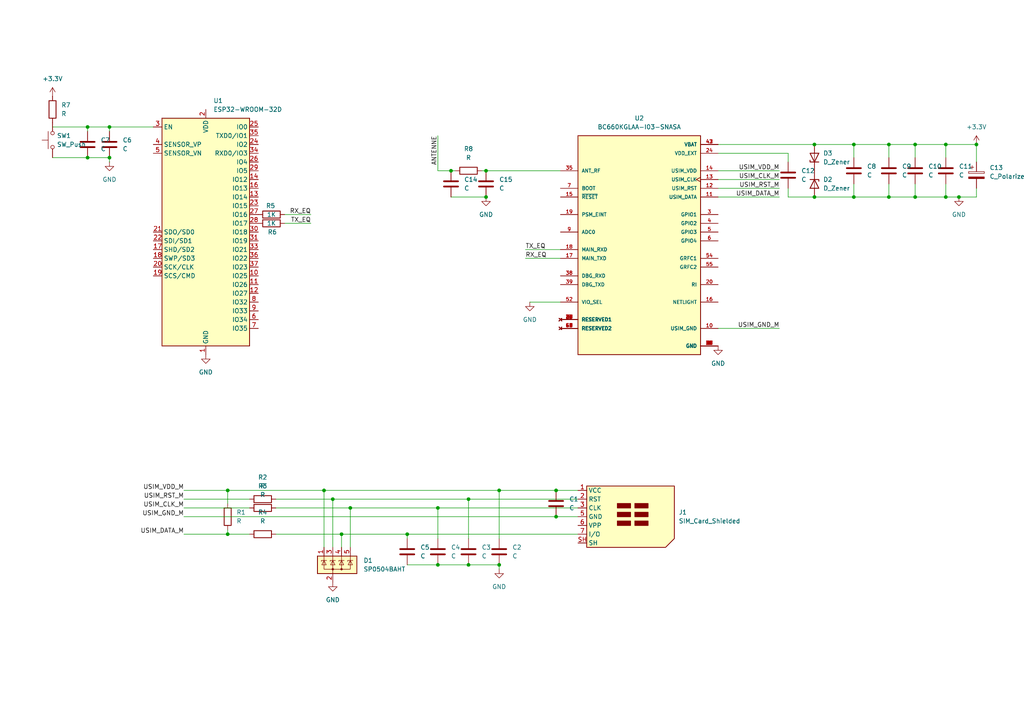
<source format=kicad_sch>
(kicad_sch (version 20231120) (generator "eeschema") (generator_version "8.0")
  (paper "A4")
  (lib_symbols
    (symbol "BC660KGLAA-I03-SNASA:BC660KGLAA-I03-SNASA" (pin_names (offset 1.016))
      (property "Reference" "U" (at -17.78 31.242 0))
      (property "Value" "BC660KGLAA-I03-SNASA" (at -17.78 -35.56 0))
      (symbol "BC660KGLAA-I03-SNASA_0_0"
        (rectangle (start -17.78 -33.02) (end 17.78 30.48) (stroke (width 0.254)) (fill (type background)))
        (pin power_in line (at 22.86 -30.48 180) (length 5.08) (name "GND") (number "1"))
        (pin power_in line (at 22.86 -25.4 180) (length 5.08) (name "USIM_GND") (number "10"))
        (pin output line (at 22.86 12.7 180) (length 5.08) (name "USIM_DATA") (number "11"))
        (pin output line (at 22.86 15.24 180) (length 5.08) (name "USIM_RST") (number "12"))
        (pin output clock (at 22.86 17.78 180) (length 5.08) (name "USIM_CLK") (number "13"))
        (pin power_in line (at 22.86 20.32 180) (length 5.08) (name "USIM_VDD") (number "14"))
        (pin input line (at -22.86 12.7 0) (length 5.08) (name "~{RESET}") (number "15"))
        (pin output line (at 22.86 -17.78 180) (length 5.08) (name "NETLIGHT") (number "16"))
        (pin output line (at -22.86 -5.08 0) (length 5.08) (name "MAIN_TXD") (number "17"))
        (pin input line (at -22.86 -2.54 0) (length 5.08) (name "MAIN_RXD") (number "18"))
        (pin input line (at -22.86 7.62 0) (length 5.08) (name "PSM_EINT") (number "19"))
        (pin no_connect line (at -22.86 -22.86 0) (length 5.08) (name "RESERVED1") (number "2"))
        (pin output line (at 22.86 -12.7 180) (length 5.08) (name "RI") (number "20"))
        (pin no_connect line (at -22.86 -22.86 0) (length 5.08) (name "RESERVED1") (number "21"))
        (pin no_connect line (at -22.86 -22.86 0) (length 5.08) (name "RESERVED1") (number "22"))
        (pin no_connect line (at -22.86 -22.86 0) (length 5.08) (name "RESERVED1") (number "23"))
        (pin power_in line (at 22.86 25.4 180) (length 5.08) (name "VDD_EXT") (number "24"))
        (pin no_connect line (at -22.86 -22.86 0) (length 5.08) (name "RESERVED1") (number "25"))
        (pin no_connect line (at -22.86 -22.86 0) (length 5.08) (name "RESERVED1") (number "26"))
        (pin power_in line (at 22.86 -30.48 180) (length 5.08) (name "GND") (number "27"))
        (pin no_connect line (at -22.86 -22.86 0) (length 5.08) (name "RESERVED1") (number "28"))
        (pin no_connect line (at -22.86 -22.86 0) (length 5.08) (name "RESERVED1") (number "29"))
        (pin bidirectional line (at 22.86 7.62 180) (length 5.08) (name "GPIO1") (number "3"))
        (pin no_connect line (at -22.86 -22.86 0) (length 5.08) (name "RESERVED1") (number "30"))
        (pin no_connect line (at -22.86 -22.86 0) (length 5.08) (name "RESERVED1") (number "31"))
        (pin no_connect line (at -22.86 -22.86 0) (length 5.08) (name "RESERVED1") (number "32"))
        (pin no_connect line (at -22.86 -22.86 0) (length 5.08) (name "RESERVED1") (number "33"))
        (pin power_in line (at 22.86 -30.48 180) (length 5.08) (name "GND") (number "34"))
        (pin bidirectional line (at -22.86 20.32 0) (length 5.08) (name "ANT_RF") (number "35"))
        (pin power_in line (at 22.86 -30.48 180) (length 5.08) (name "GND") (number "36"))
        (pin power_in line (at 22.86 -30.48 180) (length 5.08) (name "GND") (number "37"))
        (pin input line (at -22.86 -10.16 0) (length 5.08) (name "DBG_RXD") (number "38"))
        (pin output line (at -22.86 -12.7 0) (length 5.08) (name "DBG_TXD") (number "39"))
        (pin bidirectional line (at 22.86 5.08 180) (length 5.08) (name "GPIO2") (number "4"))
        (pin power_in line (at 22.86 -30.48 180) (length 5.08) (name "GND") (number "40"))
        (pin power_in line (at 22.86 -30.48 180) (length 5.08) (name "GND") (number "41"))
        (pin power_in line (at 22.86 27.94 180) (length 5.08) (name "VBAT") (number "42"))
        (pin power_in line (at 22.86 27.94 180) (length 5.08) (name "VBAT") (number "43"))
        (pin no_connect line (at -22.86 -22.86 0) (length 5.08) (name "RESERVED1") (number "44"))
        (pin no_connect line (at -22.86 -22.86 0) (length 5.08) (name "RESERVED1") (number "45"))
        (pin no_connect line (at -22.86 -25.4 0) (length 5.08) (name "RESERVED2") (number "46"))
        (pin no_connect line (at -22.86 -25.4 0) (length 5.08) (name "RESERVED2") (number "47"))
        (pin no_connect line (at -22.86 -25.4 0) (length 5.08) (name "RESERVED2") (number "48"))
        (pin no_connect line (at -22.86 -25.4 0) (length 5.08) (name "RESERVED2") (number "49"))
        (pin bidirectional line (at 22.86 2.54 180) (length 5.08) (name "GPIO3") (number "5"))
        (pin no_connect line (at -22.86 -25.4 0) (length 5.08) (name "RESERVED2") (number "50"))
        (pin no_connect line (at -22.86 -25.4 0) (length 5.08) (name "RESERVED2") (number "51"))
        (pin input line (at -22.86 -17.78 0) (length 5.08) (name "VIO_SEL") (number "52"))
        (pin no_connect line (at -22.86 -25.4 0) (length 5.08) (name "RESERVED2") (number "53"))
        (pin output line (at 22.86 -5.08 180) (length 5.08) (name "GRFC1") (number "54"))
        (pin output line (at 22.86 -7.62 180) (length 5.08) (name "GRFC2") (number "55"))
        (pin power_in line (at 22.86 -30.48 180) (length 5.08) (name "GND") (number "56"))
        (pin power_in line (at 22.86 -30.48 180) (length 5.08) (name "GND") (number "57"))
        (pin power_in line (at 22.86 -30.48 180) (length 5.08) (name "GND") (number "58"))
        (pin bidirectional line (at 22.86 0 180) (length 5.08) (name "GPIO4") (number "6"))
        (pin input line (at -22.86 15.24 0) (length 5.08) (name "BOOT") (number "7"))
        (pin no_connect line (at -22.86 -22.86 0) (length 5.08) (name "RESERVED1") (number "8"))
        (pin input line (at -22.86 2.54 0) (length 5.08) (name "ADC0") (number "9"))
      )
    )
    (symbol "Connector:SIM_Card_Shielded"
      (property "Reference" "J" (at -2.54 12.7 0))
      (property "Value" "SIM_Card_Shielded" (at -1.27 10.16 0))
      (symbol "SIM_Card_Shielded_0_1"
        (rectangle (start -1.27 -2.54) (end 2.54 -1.27) (stroke (width 0.254)) (fill (type outline)))
        (rectangle (start -1.27 0) (end 2.54 1.27) (stroke (width 0.254)) (fill (type outline)))
        (rectangle (start -1.27 2.54) (end 2.54 3.81) (stroke (width 0.254)) (fill (type outline)))
        (polyline (pts (xy -10.16 8.89) (xy -10.16 -8.89) (xy 12.7 -8.89) (xy 15.24 -6.35) (xy 15.24 8.89) (xy -10.16 8.89)) (stroke (width 0.254)) (fill (type background)))
        (rectangle (start 3.81 -1.27) (end 7.62 -2.54) (stroke (width 0.254)) (fill (type outline)))
        (rectangle (start 3.81 0) (end 7.62 1.27) (stroke (width 0.254)) (fill (type outline)))
        (rectangle (start 3.81 2.54) (end 7.62 3.81) (stroke (width 0.254)) (fill (type outline)))
      )
      (symbol "SIM_Card_Shielded_1_1"
        (pin power_in line (at -12.7 7.62 0) (length 2.54) (name "VCC") (number "1"))
        (pin input line (at -12.7 5.08 0) (length 2.54) (name "RST") (number "2"))
        (pin input line (at -12.7 2.54 0) (length 2.54) (name "CLK") (number "3"))
        (pin power_in line (at -12.7 0 0) (length 2.54) (name "GND") (number "5"))
        (pin input line (at -12.7 -2.54 0) (length 2.54) (name "VPP") (number "6"))
        (pin bidirectional line (at -12.7 -5.08 0) (length 2.54) (name "I/O") (number "7"))
        (pin passive line (at -12.7 -7.62 0) (length 2.54) (name "SH") (number "SH"))
      )
    )
    (symbol "Device:C" (pin_numbers hide) (pin_names (offset 0.254))
      (property "Reference" "C" (at 0.635 2.54 0))
      (property "Value" "C" (at 0.635 -2.54 0))
      (symbol "C_0_1"
        (polyline (pts (xy -2.032 -0.762) (xy 2.032 -0.762)) (stroke (width 0.508)))
        (polyline (pts (xy -2.032 0.762) (xy 2.032 0.762)) (stroke (width 0.508)))
      )
      (symbol "C_1_1"
        (pin passive line (at 0 3.81 270) (length 2.794) (name "~") (number "1"))
        (pin passive line (at 0 -3.81 90) (length 2.794) (name "~") (number "2"))
      )
    )
    (symbol "Device:C_Polarized" (pin_numbers hide) (pin_names (offset 0.254))
      (property "Reference" "C" (at 0.635 2.54 0))
      (property "Value" "C_Polarized" (at 0.635 -2.54 0))
      (symbol "C_Polarized_0_1"
        (rectangle (start -2.286 0.508) (end 2.286 1.016))
        (polyline (pts (xy -1.778 2.286) (xy -0.762 2.286)))
        (polyline (pts (xy -1.27 2.794) (xy -1.27 1.778)))
        (rectangle (start 2.286 -0.508) (end -2.286 -1.016) (fill (type outline)))
      )
      (symbol "C_Polarized_1_1"
        (pin passive line (at 0 3.81 270) (length 2.794) (name "~") (number "1"))
        (pin passive line (at 0 -3.81 90) (length 2.794) (name "~") (number "2"))
      )
    )
    (symbol "Device:D_Zener" (pin_numbers hide) (pin_names (offset 1.016) hide)
      (property "Reference" "D" (at 0 2.54 0))
      (property "Value" "D_Zener" (at 0 -2.54 0))
      (symbol "D_Zener_0_1"
        (polyline (pts (xy 1.27 0) (xy -1.27 0)))
        (polyline (pts (xy -1.27 -1.27) (xy -1.27 1.27) (xy -0.762 1.27)) (stroke (width 0.254)))
        (polyline (pts (xy 1.27 -1.27) (xy 1.27 1.27) (xy -1.27 0) (xy 1.27 -1.27)) (stroke (width 0.254)))
      )
      (symbol "D_Zener_1_1"
        (pin passive line (at -3.81 0 0) (length 2.54) (name "K") (number "1"))
        (pin passive line (at 3.81 0 180) (length 2.54) (name "A") (number "2"))
      )
    )
    (symbol "Device:R" (pin_numbers hide) (pin_names (offset 0))
      (property "Reference" "R" (at 2.032 0 90))
      (property "Value" "R" (at 0 0 90))
      (symbol "R_0_1"
        (rectangle (start -1.016 -2.54) (end 1.016 2.54) (stroke (width 0.254)))
      )
      (symbol "R_1_1"
        (pin passive line (at 0 3.81 270) (length 1.27) (name "~") (number "1"))
        (pin passive line (at 0 -3.81 90) (length 1.27) (name "~") (number "2"))
      )
    )
    (symbol "Power_Protection:SP0504BAHT" (pin_names hide)
      (property "Reference" "D" (at 7.62 2.54 0))
      (property "Value" "SP0504BAHT" (at 7.62 0.635 0))
      (symbol "SP0504BAHT_0_0"
        (pin passive line (at 0 -5.08 90) (length 2.54) (name "A") (number "2"))
      )
      (symbol "SP0504BAHT_0_1"
        (rectangle (start -4.445 2.54) (end 6.985 -2.54) (stroke (width 0.254)) (fill (type background)))
        (circle (center 0 -1.27) (radius 0.254) (fill (type outline)))
        (polyline (pts (xy -2.54 2.54) (xy -2.54 1.27)))
        (polyline (pts (xy 0 -1.27) (xy 0 -2.54)))
        (polyline (pts (xy 0 -1.27) (xy 0 1.27)))
        (polyline (pts (xy 0 2.54) (xy 0 1.27)))
        (polyline (pts (xy 2.54 2.54) (xy 2.54 1.27)))
        (polyline (pts (xy 5.08 2.54) (xy 5.08 1.27)))
        (polyline (pts (xy -3.302 1.016) (xy -3.302 1.27) (xy -1.778 1.27)))
        (polyline (pts (xy 0.762 1.27) (xy -0.762 1.27) (xy -0.762 1.016)))
        (polyline (pts (xy 5.08 1.27) (xy 5.08 -1.27) (xy 2.54 -1.27)))
        (polyline (pts (xy -2.54 1.27) (xy -2.54 -1.27) (xy 2.54 -1.27) (xy 2.54 1.27)))
        (polyline (pts (xy -2.54 1.27) (xy -1.905 0) (xy -3.175 0) (xy -2.54 1.27)))
        (polyline (pts (xy 0.635 0) (xy -0.635 0) (xy 0 1.27) (xy 0.635 0)))
        (polyline (pts (xy 1.778 1.016) (xy 1.778 1.27) (xy 3.175 1.27) (xy 3.302 1.27)))
        (polyline (pts (xy 2.54 1.27) (xy 1.905 0) (xy 3.175 0) (xy 2.54 1.27)))
        (polyline (pts (xy 4.318 1.016) (xy 4.318 1.27) (xy 5.715 1.27) (xy 5.842 1.27)))
        (polyline (pts (xy 5.08 1.27) (xy 4.445 0) (xy 5.715 0) (xy 5.08 1.27)))
        (circle (center 2.54 -1.27) (radius 0.254) (fill (type outline)))
      )
      (symbol "SP0504BAHT_1_1"
        (pin passive line (at -2.54 5.08 270) (length 2.54) (name "K") (number "1"))
        (pin passive line (at 0 5.08 270) (length 2.54) (name "K") (number "3"))
        (pin passive line (at 2.54 5.08 270) (length 2.54) (name "K") (number "4"))
        (pin passive line (at 5.08 5.08 270) (length 2.54) (name "K") (number "5"))
      )
    )
    (symbol "RF_Module:ESP32-WROOM-32D"
      (property "Reference" "U" (at -12.7 34.29 0))
      (property "Value" "ESP32-WROOM-32D" (at 1.27 34.29 0))
      (symbol "ESP32-WROOM-32D_0_1"
        (rectangle (start -12.7 33.02) (end 12.7 -33.02) (stroke (width 0.254)) (fill (type background)))
      )
      (symbol "ESP32-WROOM-32D_1_1"
        (pin power_in line (at 0 -35.56 90) (length 2.54) (name "GND") (number "1"))
        (pin bidirectional line (at 15.24 -12.7 180) (length 2.54) (name "IO25") (number "10"))
        (pin bidirectional line (at 15.24 -15.24 180) (length 2.54) (name "IO26") (number "11"))
        (pin bidirectional line (at 15.24 -17.78 180) (length 2.54) (name "IO27") (number "12"))
        (pin bidirectional line (at 15.24 10.16 180) (length 2.54) (name "IO14") (number "13"))
        (pin bidirectional line (at 15.24 15.24 180) (length 2.54) (name "IO12") (number "14"))
        (pin passive line (at 0 -35.56 90) (length 2.54) hide (name "GND") (number "15"))
        (pin bidirectional line (at 15.24 12.7 180) (length 2.54) (name "IO13") (number "16"))
        (pin bidirectional line (at -15.24 -5.08 0) (length 2.54) (name "SHD/SD2") (number "17"))
        (pin bidirectional line (at -15.24 -7.62 0) (length 2.54) (name "SWP/SD3") (number "18"))
        (pin bidirectional line (at -15.24 -12.7 0) (length 2.54) (name "SCS/CMD") (number "19"))
        (pin power_in line (at 0 35.56 270) (length 2.54) (name "VDD") (number "2"))
        (pin bidirectional line (at -15.24 -10.16 0) (length 2.54) (name "SCK/CLK") (number "20"))
        (pin bidirectional line (at -15.24 0 0) (length 2.54) (name "SDO/SD0") (number "21"))
        (pin bidirectional line (at -15.24 -2.54 0) (length 2.54) (name "SDI/SD1") (number "22"))
        (pin bidirectional line (at 15.24 7.62 180) (length 2.54) (name "IO15") (number "23"))
        (pin bidirectional line (at 15.24 25.4 180) (length 2.54) (name "IO2") (number "24"))
        (pin bidirectional line (at 15.24 30.48 180) (length 2.54) (name "IO0") (number "25"))
        (pin bidirectional line (at 15.24 20.32 180) (length 2.54) (name "IO4") (number "26"))
        (pin bidirectional line (at 15.24 5.08 180) (length 2.54) (name "IO16") (number "27"))
        (pin bidirectional line (at 15.24 2.54 180) (length 2.54) (name "IO17") (number "28"))
        (pin bidirectional line (at 15.24 17.78 180) (length 2.54) (name "IO5") (number "29"))
        (pin input line (at -15.24 30.48 0) (length 2.54) (name "EN") (number "3"))
        (pin bidirectional line (at 15.24 0 180) (length 2.54) (name "IO18") (number "30"))
        (pin bidirectional line (at 15.24 -2.54 180) (length 2.54) (name "IO19") (number "31"))
        (pin no_connect line (at -12.7 -27.94 0) (length 2.54) hide (name "NC") (number "32"))
        (pin bidirectional line (at 15.24 -5.08 180) (length 2.54) (name "IO21") (number "33"))
        (pin bidirectional line (at 15.24 22.86 180) (length 2.54) (name "RXD0/IO3") (number "34"))
        (pin bidirectional line (at 15.24 27.94 180) (length 2.54) (name "TXD0/IO1") (number "35"))
        (pin bidirectional line (at 15.24 -7.62 180) (length 2.54) (name "IO22") (number "36"))
        (pin bidirectional line (at 15.24 -10.16 180) (length 2.54) (name "IO23") (number "37"))
        (pin passive line (at 0 -35.56 90) (length 2.54) hide (name "GND") (number "38"))
        (pin passive line (at 0 -35.56 90) (length 2.54) hide (name "GND") (number "39"))
        (pin input line (at -15.24 25.4 0) (length 2.54) (name "SENSOR_VP") (number "4"))
        (pin input line (at -15.24 22.86 0) (length 2.54) (name "SENSOR_VN") (number "5"))
        (pin input line (at 15.24 -25.4 180) (length 2.54) (name "IO34") (number "6"))
        (pin input line (at 15.24 -27.94 180) (length 2.54) (name "IO35") (number "7"))
        (pin bidirectional line (at 15.24 -20.32 180) (length 2.54) (name "IO32") (number "8"))
        (pin bidirectional line (at 15.24 -22.86 180) (length 2.54) (name "IO33") (number "9"))
      )
    )
    (symbol "Switch:SW_Push" (pin_numbers hide) (pin_names (offset 1.016) hide)
      (property "Reference" "SW" (at 1.27 2.54 0))
      (property "Value" "SW_Push" (at 0 -1.524 0))
      (symbol "SW_Push_0_1"
        (circle (center -2.032 0) (radius 0.508))
        (polyline (pts (xy 0 1.27) (xy 0 3.048)))
        (polyline (pts (xy 2.54 1.27) (xy -2.54 1.27)))
        (circle (center 2.032 0) (radius 0.508))
        (pin passive line (at -5.08 0 0) (length 2.54) (name "1") (number "1"))
        (pin passive line (at 5.08 0 180) (length 2.54) (name "2") (number "2"))
      )
    )
    (symbol "power:+3.3V" (power) (pin_numbers hide) (pin_names (offset 0) hide)
      (property "Value" "+3.3V" (at 0 3.556 0))
      (symbol "+3.3V_0_1"
        (polyline (pts (xy -0.762 1.27) (xy 0 2.54)))
        (polyline (pts (xy 0 0) (xy 0 2.54)))
        (polyline (pts (xy 0 2.54) (xy 0.762 1.27)))
      )
      (symbol "+3.3V_1_1"
        (pin power_in line (at 0 0 90) (length 0) (name "~") (number "1"))
      )
    )
    (symbol "power:GND" (power) (pin_numbers hide) (pin_names (offset 0) hide)
      (property "Value" "GND" (at 0 -3.81 0))
      (symbol "GND_0_1"
        (polyline (pts (xy 0 0) (xy 0 -1.27) (xy 1.27 -1.27) (xy 0 -2.54) (xy -1.27 -1.27) (xy 0 -1.27)))
      )
      (symbol "GND_1_1"
        (pin power_in line (at 0 0 270) (length 0) (name "~") (number "1"))
      )
    )
  )
  (junction (at 236.22 41.91))
  (junction (at 66.04 154.94))
  (junction (at 247.65 41.91))
  (junction (at 144.78 163.83))
  (junction (at 257.81 57.15))
  (junction (at 274.32 41.91))
  (junction (at 161.29 142.24))
  (junction (at 66.04 142.24))
  (junction (at 118.11 154.94))
  (junction (at 236.22 57.15))
  (junction (at 257.81 41.91))
  (junction (at 278.13 57.15))
  (junction (at 31.75 45.72))
  (junction (at 135.89 163.83))
  (junction (at 93.98 142.24))
  (junction (at 283.21 41.91))
  (junction (at 96.52 144.78))
  (junction (at 127 147.32))
  (junction (at 140.97 49.53))
  (junction (at 144.78 142.24))
  (junction (at 101.6 147.32))
  (junction (at 161.29 149.86))
  (junction (at 25.4 45.72))
  (junction (at 31.75 36.83))
  (junction (at 265.43 41.91))
  (junction (at 130.81 49.53))
  (junction (at 140.97 57.15))
  (junction (at 135.89 144.78))
  (junction (at 265.43 57.15))
  (junction (at 274.32 57.15))
  (junction (at 127 163.83))
  (junction (at 25.4 36.83))
  (junction (at 99.06 154.94))
  (junction (at 247.65 57.15))
  (wire (pts (xy 228.6 54.61) (xy 228.6 57.15)))
  (wire (pts (xy 247.65 41.91) (xy 257.81 41.91)))
  (wire (pts (xy 15.24 36.83) (xy 25.4 36.83)))
  (wire (pts (xy 153.67 87.63) (xy 162.56 87.63)))
  (wire (pts (xy 152.4 72.39) (xy 162.56 72.39)))
  (wire (pts (xy 208.28 95.25) (xy 226.06 95.25)))
  (wire (pts (xy 135.89 163.83) (xy 144.78 163.83)))
  (wire (pts (xy 278.13 57.15) (xy 283.21 57.15)))
  (wire (pts (xy 101.6 147.32) (xy 101.6 158.75)))
  (wire (pts (xy 152.4 74.93) (xy 162.56 74.93)))
  (wire (pts (xy 228.6 57.15) (xy 236.22 57.15)))
  (wire (pts (xy 31.75 45.72) (xy 31.75 46.99)))
  (wire (pts (xy 99.06 154.94) (xy 118.11 154.94)))
  (wire (pts (xy 208.28 57.15) (xy 226.06 57.15)))
  (wire (pts (xy 53.34 142.24) (xy 66.04 142.24)))
  (wire (pts (xy 257.81 53.34) (xy 257.81 57.15)))
  (wire (pts (xy 208.28 44.45) (xy 228.6 44.45)))
  (wire (pts (xy 31.75 36.83) (xy 31.75 38.1)))
  (wire (pts (xy 247.65 41.91) (xy 247.65 45.72)))
  (wire (pts (xy 274.32 41.91) (xy 274.32 45.72)))
  (wire (pts (xy 96.52 144.78) (xy 135.89 144.78)))
  (wire (pts (xy 130.81 57.15) (xy 140.97 57.15)))
  (wire (pts (xy 257.81 57.15) (xy 265.43 57.15)))
  (wire (pts (xy 80.01 147.32) (xy 101.6 147.32)))
  (wire (pts (xy 127 147.32) (xy 167.64 147.32)))
  (wire (pts (xy 118.11 163.83) (xy 127 163.83)))
  (wire (pts (xy 265.43 41.91) (xy 274.32 41.91)))
  (wire (pts (xy 236.22 41.91) (xy 247.65 41.91)))
  (wire (pts (xy 162.56 49.53) (xy 140.97 49.53)))
  (wire (pts (xy 66.04 153.67) (xy 66.04 154.94)))
  (wire (pts (xy 257.81 41.91) (xy 257.81 45.72)))
  (wire (pts (xy 127 163.83) (xy 135.89 163.83)))
  (wire (pts (xy 265.43 57.15) (xy 274.32 57.15)))
  (wire (pts (xy 53.34 149.86) (xy 161.29 149.86)))
  (wire (pts (xy 208.28 54.61) (xy 226.06 54.61)))
  (wire (pts (xy 96.52 144.78) (xy 96.52 158.75)))
  (wire (pts (xy 127 147.32) (xy 127 156.21)))
  (wire (pts (xy 130.81 49.53) (xy 127 49.53)))
  (wire (pts (xy 144.78 163.83) (xy 144.78 165.1)))
  (wire (pts (xy 274.32 57.15) (xy 278.13 57.15)))
  (wire (pts (xy 265.43 41.91) (xy 265.43 45.72)))
  (wire (pts (xy 274.32 53.34) (xy 274.32 57.15)))
  (wire (pts (xy 135.89 144.78) (xy 167.64 144.78)))
  (wire (pts (xy 140.97 49.53) (xy 139.7 49.53)))
  (wire (pts (xy 274.32 41.91) (xy 283.21 41.91)))
  (wire (pts (xy 118.11 154.94) (xy 167.64 154.94)))
  (wire (pts (xy 25.4 45.72) (xy 31.75 45.72)))
  (wire (pts (xy 135.89 144.78) (xy 135.89 156.21)))
  (wire (pts (xy 53.34 144.78) (xy 72.39 144.78)))
  (wire (pts (xy 208.28 52.07) (xy 226.06 52.07)))
  (wire (pts (xy 247.65 53.34) (xy 247.65 57.15)))
  (wire (pts (xy 82.55 64.77) (xy 90.17 64.77)))
  (wire (pts (xy 101.6 147.32) (xy 127 147.32)))
  (wire (pts (xy 144.78 142.24) (xy 161.29 142.24)))
  (wire (pts (xy 283.21 41.91) (xy 283.21 46.99)))
  (wire (pts (xy 25.4 36.83) (xy 25.4 38.1)))
  (wire (pts (xy 53.34 147.32) (xy 72.39 147.32)))
  (wire (pts (xy 99.06 154.94) (xy 99.06 158.75)))
  (wire (pts (xy 132.08 49.53) (xy 130.81 49.53)))
  (wire (pts (xy 228.6 44.45) (xy 228.6 46.99)))
  (wire (pts (xy 118.11 156.21) (xy 118.11 154.94)))
  (wire (pts (xy 93.98 142.24) (xy 144.78 142.24)))
  (wire (pts (xy 208.28 41.91) (xy 236.22 41.91)))
  (wire (pts (xy 15.24 45.72) (xy 25.4 45.72)))
  (wire (pts (xy 161.29 149.86) (xy 167.64 149.86)))
  (wire (pts (xy 265.43 53.34) (xy 265.43 57.15)))
  (wire (pts (xy 80.01 154.94) (xy 99.06 154.94)))
  (wire (pts (xy 283.21 54.61) (xy 283.21 57.15)))
  (wire (pts (xy 80.01 144.78) (xy 96.52 144.78)))
  (wire (pts (xy 247.65 57.15) (xy 257.81 57.15)))
  (wire (pts (xy 127 39.37) (xy 127 49.53)))
  (wire (pts (xy 66.04 142.24) (xy 93.98 142.24)))
  (wire (pts (xy 257.81 41.91) (xy 265.43 41.91)))
  (wire (pts (xy 25.4 36.83) (xy 31.75 36.83)))
  (wire (pts (xy 236.22 57.15) (xy 247.65 57.15)))
  (wire (pts (xy 82.55 62.23) (xy 90.17 62.23)))
  (wire (pts (xy 66.04 154.94) (xy 72.39 154.94)))
  (wire (pts (xy 208.28 49.53) (xy 226.06 49.53)))
  (wire (pts (xy 161.29 142.24) (xy 167.64 142.24)))
  (wire (pts (xy 66.04 142.24) (xy 66.04 146.05)))
  (wire (pts (xy 144.78 142.24) (xy 144.78 156.21)))
  (wire (pts (xy 53.34 154.94) (xy 66.04 154.94)))
  (wire (pts (xy 31.75 36.83) (xy 44.45 36.83)))
  (wire (pts (xy 93.98 142.24) (xy 93.98 158.75)))
  (label "USIM_GND_M" (at 53.34 149.86 180))
  (label "USIM_VDD_M" (at 53.34 142.24 180))
  (label "ANTENNE" (at 127 39.37 270))
  (label "USIM_VDD_M" (at 226.06 49.53 180))
  (label "USIM_DATA_M" (at 226.06 57.15 180))
  (label "TX_EQ" (at 90.17 64.77 180))
  (label "TX_EQ" (at 152.4 72.39 0))
  (label "USIM_DATA_M" (at 53.34 154.94 180))
  (label "USIM_GND_M" (at 226.06 95.25 180))
  (label "RX_EQ" (at 90.17 62.23 180))
  (label "USIM_RST_M" (at 53.34 144.78 180))
  (label "USIM_RST_M" (at 226.06 54.61 180))
  (label "USIM_CLK_M" (at 53.34 147.32 180))
  (label "USIM_CLK_M" (at 226.06 52.07 180))
  (label "RX_EQ" (at 152.4 74.93 0))
  (symbol (lib_id "power:GND") (at 278.13 57.15 0) (unit 1)
    (property "Reference" "#PWR08" (effects (hide yes)))
    (property "Value" "GND" (at 278.13 62.23 0))
    (property "Description" "Power symbol creates a global label with name \"GND\" , ground" (effects (hide yes)))
  )
  (symbol (lib_id "Device:C") (at 25.4 41.91 0) (unit 1)
    (property "Reference" "C7" (at 29.21 40.6399 0) (effects (justify left)))
    (property "Value" "C" (at 29.21 43.1799 0) (effects (justify left)))
    (property "Description" "Unpolarized capacitor" (effects (hide yes)))
  )
  (symbol (lib_id "Device:R") (at 78.74 64.77 90) (unit 1)
    (property "Reference" "R6" (at 78.994 67.31 90))
    (property "Value" "1K" (at 78.74 64.77 90))
    (property "Description" "Resistor" (effects (hide yes)))
  )
  (symbol (lib_id "Device:C") (at 144.78 160.02 0) (unit 1)
    (property "Reference" "C2" (at 148.59 158.7499 0) (effects (justify left)))
    (property "Value" "C" (at 148.59 161.2899 0) (effects (justify left)))
    (property "Description" "Unpolarized capacitor" (effects (hide yes)))
  )
  (symbol (lib_id "power:GND") (at 31.75 46.99 0) (unit 1)
    (property "Reference" "#PWR04" (effects (hide yes)))
    (property "Value" "GND" (at 31.75 52.07 0))
    (property "Description" "Power symbol creates a global label with name \"GND\" , ground" (effects (hide yes)))
  )
  (symbol (lib_id "Device:R") (at 76.2 144.78 90) (unit 1)
    (property "Reference" "R2" (at 76.2 138.43 90))
    (property "Value" "R" (at 76.2 140.97 90))
    (property "Description" "Resistor" (effects (hide yes)))
  )
  (symbol (lib_id "Device:R") (at 76.2 154.94 90) (unit 1)
    (property "Reference" "R4" (at 76.2 148.59 90))
    (property "Value" "R" (at 76.2 151.13 90))
    (property "Description" "Resistor" (effects (hide yes)))
  )
  (symbol (lib_id "power:GND") (at 59.69 102.87 0) (unit 1)
    (property "Reference" "#PWR03" (effects (hide yes)))
    (property "Value" "GND" (at 59.69 107.95 0))
    (property "Description" "Power symbol creates a global label with name \"GND\" , ground" (effects (hide yes)))
  )
  (symbol (lib_id "Device:C") (at 140.97 53.34 0) (unit 1)
    (property "Reference" "C15" (at 144.78 52.0699 0) (effects (justify left)))
    (property "Value" "C" (at 144.78 54.6099 0) (effects (justify left)))
    (property "Description" "Unpolarized capacitor" (effects (hide yes)))
  )
  (symbol (lib_id "power:GND") (at 140.97 57.15 0) (unit 1)
    (property "Reference" "#PWR010" (effects (hide yes)))
    (property "Value" "GND" (at 140.97 62.23 0))
    (property "Description" "Power symbol creates a global label with name \"GND\" , ground" (effects (hide yes)))
  )
  (symbol (lib_id "Device:C") (at 135.89 160.02 0) (unit 1)
    (property "Reference" "C3" (at 139.7 158.7499 0) (effects (justify left)))
    (property "Value" "C" (at 139.7 161.2899 0) (effects (justify left)))
    (property "Description" "Unpolarized capacitor" (effects (hide yes)))
  )
  (symbol (lib_id "BC660KGLAA-I03-SNASA:BC660KGLAA-I03-SNASA") (at 185.42 69.85 0) (unit 1)
    (property "Reference" "U2" (at 185.42 34.29 0))
    (property "Value" "BC660KGLAA-I03-SNASA" (at 185.42 36.83 0))
    (property "Footprint" "BC660KGLAA-I03-SNASA:XCVR_BC660KGLAA-I03-SNASA" (effects (hide yes)))
    (property "MF" "Quectel" (effects (hide yes)))
    (property "MAXIMUM_PACKAGE_HEIGHT" "2.2mm" (effects (hide yes)))
    (property "Package" "None" (effects (hide yes)))
    (property "Price" "None" (effects (hide yes)))
    (property "Check_prices" "https://www.snapeda.com/parts/BC660KGLAA-I03-SNASA/Quectel/view-part/?ref=eda" (effects (hide yes)))
    (property "STANDARD" "Manufacturer Recommendations" (effects (hide yes)))
    (property "PARTREV" "1.2" (effects (hide yes)))
    (property "SnapEDA_Link" "https://www.snapeda.com/parts/BC660KGLAA-I03-SNASA/Quectel/view-part/?ref=snap" (effects (hide yes)))
    (property "MP" "BC660KGLAA-I03-SNASA" (effects (hide yes)))
    (property "Description_1" "\n                        \n                            Compact NB-IoT Module with Ultra-low Power Consumption\n                        \n" (effects (hide yes)))
    (property "MANUFACTURER" "Quectel" (effects (hide yes)))
    (property "Availability" "In Stock" (effects (hide yes)))
    (property "SNAPEDA_PN" "BC660KGLAA-I03-SNASA" (effects (hide yes)))
  )
  (symbol (lib_id "Device:C") (at 257.81 49.53 0) (unit 1)
    (property "Reference" "C9" (at 261.62 48.2599 0) (effects (justify left)))
    (property "Value" "C" (at 261.62 50.7999 0) (effects (justify left)))
    (property "Description" "Unpolarized capacitor" (effects (hide yes)))
  )
  (symbol (lib_id "Device:C") (at 118.11 160.02 0) (unit 1)
    (property "Reference" "C5" (at 121.92 158.7499 0) (effects (justify left)))
    (property "Value" "C" (at 121.92 161.2899 0) (effects (justify left)))
    (property "Description" "Unpolarized capacitor" (effects (hide yes)))
  )
  (symbol (lib_id "power:GND") (at 96.52 168.91 0) (unit 1)
    (property "Reference" "#PWR02" (effects (hide yes)))
    (property "Value" "GND" (at 96.52 173.99 0))
    (property "Description" "Power symbol creates a global label with name \"GND\" , ground" (effects (hide yes)))
  )
  (symbol (lib_id "power:GND") (at 153.67 87.63 0) (unit 1)
    (property "Reference" "#PWR06" (effects (hide yes)))
    (property "Value" "GND" (at 153.67 92.71 0))
    (property "Description" "Power symbol creates a global label with name \"GND\" , ground" (effects (hide yes)))
  )
  (symbol (lib_id "power:GND") (at 208.28 100.33 0) (unit 1)
    (property "Reference" "#PWR07" (effects (hide yes)))
    (property "Value" "GND" (at 208.28 105.41 0))
    (property "Description" "Power symbol creates a global label with name \"GND\" , ground" (effects (hide yes)))
  )
  (symbol (lib_id "Device:C") (at 247.65 49.53 0) (unit 1)
    (property "Reference" "C8" (at 251.46 48.2599 0) (effects (justify left)))
    (property "Value" "C" (at 251.46 50.7999 0) (effects (justify left)))
    (property "Description" "Unpolarized capacitor" (effects (hide yes)))
  )
  (symbol (lib_id "Device:C") (at 161.29 146.05 0) (unit 1)
    (property "Reference" "C1" (at 165.1 144.7799 0) (effects (justify left)))
    (property "Value" "C" (at 165.1 147.3199 0) (effects (justify left)))
    (property "Description" "Unpolarized capacitor" (effects (hide yes)))
  )
  (symbol (lib_id "Power_Protection:SP0504BAHT") (at 96.52 163.83 0) (unit 1)
    (property "Reference" "D1" (at 105.41 162.5599 0) (effects (justify left)))
    (property "Value" "SP0504BAHT" (at 105.41 165.0999 0) (effects (justify left)))
    (property "Footprint" "Package_TO_SOT_SMD:SOT-23-5" (effects (hide yes)))
    (property "Datasheet" "http://www.littelfuse.com/~/media/files/littelfuse/technical%20resources/documents/data%20sheets/sp05xxba.pdf" (effects (hide yes)))
    (property "Description" "TVS Diode Array, 5.5V Standoff, 4 Channels, SOT-23-5 package" (effects (hide yes)))
  )
  (symbol (lib_id "Switch:SW_Push") (at 15.24 40.64 90) (unit 1)
    (property "Reference" "SW1" (at 16.51 39.3699 90) (effects (justify right)))
    (property "Value" "SW_Push" (at 16.51 41.9099 90) (effects (justify right)))
    (property "Description" "Push button switch, generic, two pins" (effects (hide yes)))
  )
  (symbol (lib_id "Device:R") (at 76.2 147.32 90) (unit 1)
    (property "Reference" "R3" (at 76.2 140.97 90))
    (property "Value" "R" (at 76.2 143.51 90))
    (property "Description" "Resistor" (effects (hide yes)))
  )
  (symbol (lib_id "Device:C") (at 130.81 53.34 0) (unit 1)
    (property "Reference" "C14" (at 134.62 52.0699 0) (effects (justify left)))
    (property "Value" "C" (at 134.62 54.6099 0) (effects (justify left)))
    (property "Description" "Unpolarized capacitor" (effects (hide yes)))
  )
  (symbol (lib_id "Device:C") (at 31.75 41.91 0) (unit 1)
    (property "Reference" "C6" (at 35.56 40.6399 0) (effects (justify left)))
    (property "Value" "C" (at 35.56 43.1799 0) (effects (justify left)))
    (property "Description" "Unpolarized capacitor" (effects (hide yes)))
  )
  (symbol (lib_id "Device:C") (at 228.6 50.8 0) (unit 1)
    (property "Reference" "C12" (at 232.41 49.5299 0) (effects (justify left)))
    (property "Value" "C" (at 232.41 52.0699 0) (effects (justify left)))
    (property "Description" "Unpolarized capacitor" (effects (hide yes)))
  )
  (symbol (lib_id "Device:C") (at 127 160.02 0) (unit 1)
    (property "Reference" "C4" (at 130.81 158.7499 0) (effects (justify left)))
    (property "Value" "C" (at 130.81 161.2899 0) (effects (justify left)))
    (property "Description" "Unpolarized capacitor" (effects (hide yes)))
  )
  (symbol (lib_id "Device:C_Polarized") (at 283.21 50.8 0) (unit 1)
    (property "Reference" "C13" (at 287.02 48.6409 0) (effects (justify left)))
    (property "Value" "C_Polarized" (at 287.02 51.1809 0) (effects (justify left)))
    (property "Description" "Polarized capacitor" (effects (hide yes)))
  )
  (symbol (lib_id "Device:R") (at 66.04 149.86 0) (unit 1)
    (property "Reference" "R1" (at 68.58 148.5899 0) (effects (justify left)))
    (property "Value" "R" (at 68.58 151.1299 0) (effects (justify left)))
    (property "Description" "Resistor" (effects (hide yes)))
  )
  (symbol (lib_id "RF_Module:ESP32-WROOM-32D") (at 59.69 67.31 0) (unit 1)
    (property "Reference" "U1" (at 61.8841 29.21 0) (effects (justify left)))
    (property "Value" "ESP32-WROOM-32D" (at 61.8841 31.75 0) (effects (justify left)))
    (property "Footprint" "RF_Module:ESP32-WROOM-32D" (effects (hide yes)))
    (property "Datasheet" "https://www.espressif.com/sites/default/files/documentation/esp32-wroom-32d_esp32-wroom-32u_datasheet_en.pdf" (effects (hide yes)))
    (property "Description" "RF Module, ESP32-D0WD SoC, Wi-Fi 802.11b/g/n, Bluetooth, BLE, 32-bit, 2.7-3.6V, onboard antenna, SMD" (effects (hide yes)))
  )
  (symbol (lib_id "Device:D_Zener") (at 236.22 45.72 90) (unit 1)
    (property "Reference" "D3" (at 238.76 44.4499 90) (effects (justify right)))
    (property "Value" "D_Zener" (at 238.76 46.9899 90) (effects (justify right)))
    (property "Description" "Zener diode" (effects (hide yes)))
  )
  (symbol (lib_id "Device:R") (at 135.89 49.53 90) (unit 1)
    (property "Reference" "R8" (at 135.89 43.18 90))
    (property "Value" "R" (at 135.89 45.72 90))
    (property "Description" "Resistor" (effects (hide yes)))
  )
  (symbol (lib_id "power:GND") (at 144.78 165.1 0) (unit 1)
    (property "Reference" "#PWR01" (effects (hide yes)))
    (property "Value" "GND" (at 144.78 170.18 0))
    (property "Description" "Power symbol creates a global label with name \"GND\" , ground" (effects (hide yes)))
  )
  (symbol (lib_id "power:+3.3V") (at 283.21 41.91 0) (unit 1)
    (property "Reference" "#PWR09" (effects (hide yes)))
    (property "Value" "+3.3V" (at 283.21 36.83 0))
    (property "Description" "Power symbol creates a global label with name \"+3.3V\"" (effects (hide yes)))
  )
  (symbol (lib_id "Connector:SIM_Card_Shielded") (at 180.34 149.86 0) (unit 1)
    (property "Reference" "J1" (at 196.85 148.5899 0) (effects (justify left)))
    (property "Value" "SIM_Card_Shielded" (at 196.85 151.1299 0) (effects (justify left)))
    (property "Description" "SIM Card" (effects (hide yes)))
  )
  (symbol (lib_id "Device:R") (at 78.74 62.23 270) (unit 1)
    (property "Reference" "R5" (at 78.486 59.69 90))
    (property "Value" "1K" (at 78.74 62.23 90))
    (property "Description" "Resistor" (effects (hide yes)))
  )
  (symbol (lib_id "Device:C") (at 274.32 49.53 0) (unit 1)
    (property "Reference" "C11" (at 278.13 48.2599 0) (effects (justify left)))
    (property "Value" "C" (at 278.13 50.7999 0) (effects (justify left)))
    (property "Description" "Unpolarized capacitor" (effects (hide yes)))
  )
  (symbol (lib_id "Device:C") (at 265.43 49.53 0) (unit 1)
    (property "Reference" "C10" (at 269.24 48.2599 0) (effects (justify left)))
    (property "Value" "C" (at 269.24 50.7999 0) (effects (justify left)))
    (property "Description" "Unpolarized capacitor" (effects (hide yes)))
  )
  (symbol (lib_id "Device:R") (at 15.24 31.75 0) (unit 1)
    (property "Reference" "R7" (at 17.78 30.4799 0) (effects (justify left)))
    (property "Value" "R" (at 17.78 33.0199 0) (effects (justify left)))
    (property "Description" "Resistor" (effects (hide yes)))
  )
  (symbol (lib_id "power:+3.3V") (at 15.24 27.94 0) (unit 1)
    (property "Reference" "#PWR05" (effects (hide yes)))
    (property "Value" "+3.3V" (at 15.24 22.86 0))
    (property "Description" "Power symbol creates a global label with name \"+3.3V\"" (effects (hide yes)))
  )
  (symbol (lib_id "Device:D_Zener") (at 236.22 53.34 270) (unit 1)
    (property "Reference" "D2" (at 238.76 52.0699 90) (effects (justify left)))
    (property "Value" "D_Zener" (at 238.76 54.6099 90) (effects (justify left)))
    (property "Description" "Zener diode" (effects (hide yes)))
  )
)
</source>
